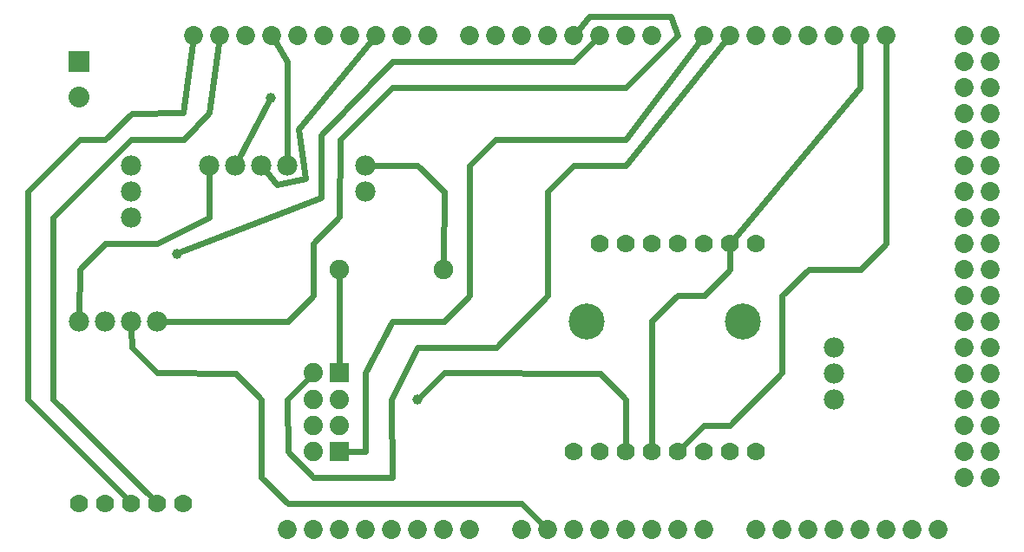
<source format=gtl>
G04 MADE WITH FRITZING*
G04 WWW.FRITZING.ORG*
G04 DOUBLE SIDED*
G04 HOLES PLATED*
G04 CONTOUR ON CENTER OF CONTOUR VECTOR*
%ASAXBY*%
%FSLAX23Y23*%
%MOIN*%
%OFA0B0*%
%SFA1.0B1.0*%
%ADD10C,0.039370*%
%ADD11C,0.078000*%
%ADD12C,0.080000*%
%ADD13C,0.075000*%
%ADD14C,0.072917*%
%ADD15C,0.070000*%
%ADD16C,0.074472*%
%ADD17C,0.138425*%
%ADD18R,0.080000X0.080000*%
%ADD19R,0.074108X0.074472*%
%ADD20C,0.024000*%
%LNCOPPER1*%
G90*
G70*
G54D10*
X1044Y1763D03*
X684Y1163D03*
X1608Y602D03*
G54D11*
X608Y902D03*
X508Y902D03*
X408Y902D03*
X308Y902D03*
X508Y1502D03*
X508Y1402D03*
X508Y1302D03*
X808Y1502D03*
X908Y1502D03*
X1008Y1502D03*
X1108Y1502D03*
G54D12*
X308Y1902D03*
X308Y1764D03*
G54D11*
X1408Y1502D03*
X1408Y1402D03*
X3208Y602D03*
X3208Y702D03*
X3208Y802D03*
G54D13*
X1708Y1102D03*
X1308Y1102D03*
G54D14*
X3008Y102D03*
X1408Y102D03*
X3108Y102D03*
X3208Y102D03*
X3308Y102D03*
X3408Y102D03*
X3708Y1502D03*
X3508Y102D03*
X3608Y102D03*
X1448Y2002D03*
X2008Y102D03*
X2108Y102D03*
X2208Y102D03*
X2308Y102D03*
X3708Y702D03*
X2408Y102D03*
X2508Y102D03*
X2608Y102D03*
X2708Y102D03*
X2208Y2002D03*
X3708Y1902D03*
X3708Y1102D03*
X3708Y302D03*
X1048Y2002D03*
X1808Y102D03*
X1808Y2002D03*
X3708Y1702D03*
X3708Y1302D03*
X3708Y902D03*
X3408Y2002D03*
X3708Y502D03*
X3308Y2002D03*
X3208Y2002D03*
X3108Y2002D03*
X3008Y2002D03*
X2908Y2002D03*
X2808Y2002D03*
X2708Y2002D03*
X848Y2002D03*
X1248Y2002D03*
X1648Y2002D03*
X1208Y102D03*
X1608Y102D03*
X2408Y2002D03*
X2008Y2002D03*
X3708Y2002D03*
X3708Y1802D03*
X3708Y1602D03*
X3708Y1402D03*
X3708Y1202D03*
X3708Y1002D03*
X3708Y802D03*
X3708Y602D03*
X3708Y402D03*
X748Y2002D03*
X948Y2002D03*
X1148Y2002D03*
X1348Y2002D03*
X1548Y2002D03*
X1108Y102D03*
X1308Y102D03*
X1508Y102D03*
X1708Y102D03*
X2508Y2002D03*
X2308Y2002D03*
X2108Y2002D03*
X1908Y2002D03*
X3808Y2002D03*
X3808Y1902D03*
X3808Y1802D03*
X3808Y1702D03*
X3808Y1602D03*
X3808Y1502D03*
X3808Y1402D03*
X3808Y1302D03*
X3808Y1202D03*
X3808Y1102D03*
X3808Y1002D03*
X3808Y902D03*
X3808Y802D03*
X3808Y702D03*
X3808Y602D03*
X3808Y502D03*
X3808Y402D03*
X3808Y302D03*
X2908Y102D03*
G54D15*
X2308Y1202D03*
X2408Y1202D03*
X2508Y1202D03*
X2608Y1202D03*
X2708Y1202D03*
X2808Y1202D03*
X2908Y1202D03*
X308Y202D03*
X408Y202D03*
X508Y202D03*
X608Y202D03*
X708Y202D03*
G54D16*
X1308Y704D03*
X1208Y704D03*
X1308Y603D03*
X1208Y603D03*
X1308Y503D03*
X1208Y503D03*
X1308Y402D03*
X1208Y402D03*
X1308Y704D03*
X1208Y704D03*
X1308Y603D03*
X1208Y603D03*
X1308Y503D03*
X1208Y503D03*
X1308Y402D03*
X1208Y402D03*
G54D17*
X2858Y902D03*
G54D15*
X2208Y402D03*
X2308Y402D03*
X2408Y402D03*
X2508Y402D03*
X2608Y402D03*
X2708Y402D03*
X2808Y402D03*
X2908Y402D03*
G54D17*
X2258Y902D03*
G54D18*
X308Y1902D03*
G54D19*
X1308Y704D03*
X1308Y704D03*
X1308Y402D03*
G54D20*
X608Y1202D02*
X408Y1202D01*
D02*
X408Y1202D02*
X310Y1100D01*
D02*
X1608Y1500D02*
X1710Y1402D01*
D02*
X2808Y1100D02*
X2710Y1002D01*
D02*
X2608Y1002D02*
X2506Y904D01*
D02*
X2710Y1002D02*
X2608Y1002D01*
D02*
X808Y1300D02*
X608Y1202D01*
D02*
X310Y1100D02*
X308Y932D01*
D02*
X808Y1472D02*
X808Y1300D01*
D02*
X1710Y1402D02*
X1708Y1131D01*
D02*
X1438Y1502D02*
X1608Y1500D01*
D02*
X1308Y1073D02*
X1308Y735D01*
D02*
X3306Y1802D02*
X3308Y1972D01*
D02*
X2506Y904D02*
X2508Y433D01*
D02*
X2828Y1226D02*
X3306Y1802D01*
D02*
X2808Y1171D02*
X2808Y1100D01*
D02*
X1110Y402D02*
X1208Y300D01*
D02*
X510Y802D02*
X608Y704D01*
D02*
X1008Y602D02*
X1008Y300D01*
D02*
X1008Y300D02*
X1110Y202D01*
D02*
X2408Y1500D02*
X2789Y1978D01*
D02*
X2208Y1500D02*
X2408Y1500D01*
D02*
X2106Y1402D02*
X2208Y1500D01*
D02*
X2106Y1002D02*
X2106Y1402D01*
D02*
X1910Y802D02*
X2106Y1002D01*
D02*
X1608Y802D02*
X1910Y802D01*
D02*
X1506Y602D02*
X1608Y802D01*
D02*
X1906Y1602D02*
X2408Y1602D01*
D02*
X1808Y1002D02*
X1808Y1500D01*
D02*
X1510Y900D02*
X1710Y900D01*
D02*
X1027Y1479D02*
X1068Y1427D01*
D02*
X2008Y202D02*
X2087Y123D01*
D02*
X1110Y202D02*
X2008Y202D01*
D02*
X910Y700D02*
X1008Y602D01*
D02*
X608Y704D02*
X910Y700D01*
D02*
X508Y872D02*
X510Y802D01*
D02*
X2408Y1602D02*
X2690Y1978D01*
D02*
X1808Y1500D02*
X1906Y1602D01*
D02*
X1710Y900D02*
X1808Y1002D01*
D02*
X1408Y704D02*
X1510Y900D01*
D02*
X1408Y402D02*
X1408Y704D01*
D02*
X1339Y402D02*
X1408Y402D01*
D02*
X1510Y300D02*
X1506Y602D01*
D02*
X1208Y300D02*
X1510Y300D01*
D02*
X1106Y602D02*
X1110Y402D01*
D02*
X1186Y682D02*
X1106Y602D01*
D02*
X1106Y1900D02*
X1063Y1976D01*
D02*
X1108Y1532D02*
X1106Y1900D01*
D02*
X1176Y1451D02*
X1152Y1643D01*
D02*
X1068Y1427D02*
X1176Y1451D01*
D02*
X1152Y1643D02*
X1429Y1979D01*
D02*
X1035Y1746D02*
X922Y1529D01*
D02*
X2287Y1981D02*
X2208Y1900D01*
D02*
X1236Y1619D02*
X1236Y1379D01*
D02*
X1510Y1900D02*
X1236Y1619D01*
D02*
X2208Y1900D02*
X1510Y1900D01*
D02*
X1236Y1379D02*
X702Y1170D01*
D02*
X2408Y1802D02*
X1510Y1802D01*
D02*
X1510Y1802D02*
X1310Y1602D01*
D02*
X2608Y2002D02*
X2408Y1802D01*
D02*
X2580Y2075D02*
X2608Y2002D01*
D02*
X2268Y2075D02*
X2580Y2075D01*
D02*
X2227Y2025D02*
X2268Y2075D01*
D02*
X1306Y1304D02*
X1208Y1202D01*
D02*
X1208Y1202D02*
X1208Y1002D01*
D02*
X1208Y1002D02*
X1110Y900D01*
D02*
X1310Y1602D02*
X1306Y1304D01*
D02*
X1110Y900D02*
X638Y902D01*
D02*
X586Y224D02*
X208Y602D01*
D02*
X208Y602D02*
X208Y1300D01*
D02*
X808Y1704D02*
X844Y1972D01*
D02*
X710Y1602D02*
X808Y1704D01*
D02*
X506Y1602D02*
X710Y1602D01*
D02*
X208Y1300D02*
X506Y1602D01*
D02*
X3008Y704D02*
X3008Y1002D01*
D02*
X3408Y1202D02*
X3408Y1602D01*
D02*
X3310Y1100D02*
X3408Y1202D01*
D02*
X3110Y1100D02*
X3310Y1100D01*
D02*
X3008Y1002D02*
X3110Y1100D01*
D02*
X3408Y1602D02*
X3408Y1972D01*
D02*
X2808Y500D02*
X3008Y704D01*
D02*
X2706Y500D02*
X2808Y500D01*
D02*
X2630Y424D02*
X2706Y500D01*
D02*
X486Y224D02*
X110Y602D01*
D02*
X110Y1402D02*
X310Y1602D01*
D02*
X110Y602D02*
X110Y1402D01*
D02*
X706Y1704D02*
X744Y1972D01*
D02*
X510Y1700D02*
X706Y1704D01*
D02*
X408Y1602D02*
X510Y1700D01*
D02*
X310Y1602D02*
X408Y1602D01*
D02*
X2408Y602D02*
X2310Y700D01*
D02*
X2310Y700D02*
X1710Y704D01*
D02*
X1710Y704D02*
X1621Y616D01*
D02*
X2408Y433D02*
X2408Y602D01*
G04 End of Copper1*
M02*
</source>
